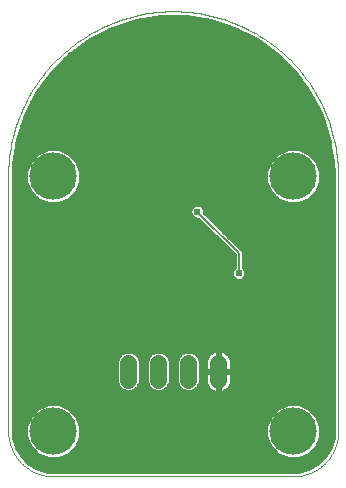
<source format=gbl>
G75*
%MOIN*%
%OFA0B0*%
%FSLAX25Y25*%
%IPPOS*%
%LPD*%
%AMOC8*
5,1,8,0,0,1.08239X$1,22.5*
%
%ADD10C,0.00000*%
%ADD11C,0.05543*%
%ADD12C,0.15811*%
%ADD13C,0.01600*%
%ADD14C,0.02400*%
%ADD15C,0.00600*%
D10*
X0021800Y0019006D02*
X0101800Y0019006D01*
X0102162Y0019010D01*
X0102525Y0019024D01*
X0102887Y0019045D01*
X0103248Y0019076D01*
X0103608Y0019115D01*
X0103967Y0019163D01*
X0104325Y0019220D01*
X0104682Y0019285D01*
X0105037Y0019359D01*
X0105390Y0019442D01*
X0105741Y0019533D01*
X0106089Y0019632D01*
X0106435Y0019740D01*
X0106779Y0019856D01*
X0107119Y0019981D01*
X0107456Y0020113D01*
X0107790Y0020254D01*
X0108121Y0020403D01*
X0108448Y0020560D01*
X0108771Y0020724D01*
X0109090Y0020896D01*
X0109404Y0021076D01*
X0109715Y0021264D01*
X0110020Y0021459D01*
X0110321Y0021661D01*
X0110617Y0021871D01*
X0110907Y0022087D01*
X0111193Y0022311D01*
X0111473Y0022541D01*
X0111747Y0022778D01*
X0112015Y0023022D01*
X0112278Y0023272D01*
X0112534Y0023528D01*
X0112784Y0023791D01*
X0113028Y0024059D01*
X0113265Y0024333D01*
X0113495Y0024613D01*
X0113719Y0024899D01*
X0113935Y0025189D01*
X0114145Y0025485D01*
X0114347Y0025786D01*
X0114542Y0026091D01*
X0114730Y0026402D01*
X0114910Y0026716D01*
X0115082Y0027035D01*
X0115246Y0027358D01*
X0115403Y0027685D01*
X0115552Y0028016D01*
X0115693Y0028350D01*
X0115825Y0028687D01*
X0115950Y0029027D01*
X0116066Y0029371D01*
X0116174Y0029717D01*
X0116273Y0030065D01*
X0116364Y0030416D01*
X0116447Y0030769D01*
X0116521Y0031124D01*
X0116586Y0031481D01*
X0116643Y0031839D01*
X0116691Y0032198D01*
X0116730Y0032558D01*
X0116761Y0032919D01*
X0116782Y0033281D01*
X0116796Y0033644D01*
X0116800Y0034006D01*
X0116800Y0119006D01*
X0116784Y0120345D01*
X0116735Y0121684D01*
X0116653Y0123021D01*
X0116539Y0124355D01*
X0116393Y0125687D01*
X0116214Y0127014D01*
X0116003Y0128337D01*
X0115759Y0129654D01*
X0115484Y0130965D01*
X0115177Y0132268D01*
X0114838Y0133564D01*
X0114468Y0134851D01*
X0114067Y0136129D01*
X0113634Y0137397D01*
X0113171Y0138654D01*
X0112677Y0139899D01*
X0112153Y0141132D01*
X0111600Y0142351D01*
X0111016Y0143557D01*
X0110404Y0144748D01*
X0109763Y0145924D01*
X0109093Y0147084D01*
X0108395Y0148227D01*
X0107670Y0149353D01*
X0106917Y0150461D01*
X0106138Y0151551D01*
X0105332Y0152621D01*
X0104501Y0153671D01*
X0103644Y0154700D01*
X0102762Y0155709D01*
X0101857Y0156695D01*
X0100927Y0157659D01*
X0099974Y0158601D01*
X0098999Y0159519D01*
X0098001Y0160412D01*
X0096982Y0161282D01*
X0095942Y0162126D01*
X0094882Y0162944D01*
X0093802Y0163737D01*
X0092704Y0164503D01*
X0091586Y0165242D01*
X0090452Y0165954D01*
X0089300Y0166637D01*
X0088132Y0167293D01*
X0086948Y0167920D01*
X0085750Y0168518D01*
X0084537Y0169086D01*
X0083311Y0169625D01*
X0082072Y0170134D01*
X0080821Y0170612D01*
X0079558Y0171060D01*
X0078286Y0171477D01*
X0077003Y0171863D01*
X0075711Y0172218D01*
X0074411Y0172541D01*
X0073104Y0172832D01*
X0071790Y0173091D01*
X0070470Y0173318D01*
X0069145Y0173513D01*
X0067815Y0173676D01*
X0066482Y0173806D01*
X0065147Y0173904D01*
X0063809Y0173969D01*
X0062470Y0174002D01*
X0061130Y0174002D01*
X0059791Y0173969D01*
X0058453Y0173904D01*
X0057118Y0173806D01*
X0055785Y0173676D01*
X0054455Y0173513D01*
X0053130Y0173318D01*
X0051810Y0173091D01*
X0050496Y0172832D01*
X0049189Y0172541D01*
X0047889Y0172218D01*
X0046597Y0171863D01*
X0045314Y0171477D01*
X0044042Y0171060D01*
X0042779Y0170612D01*
X0041528Y0170134D01*
X0040289Y0169625D01*
X0039063Y0169086D01*
X0037850Y0168518D01*
X0036652Y0167920D01*
X0035468Y0167293D01*
X0034300Y0166637D01*
X0033148Y0165954D01*
X0032014Y0165242D01*
X0030896Y0164503D01*
X0029798Y0163737D01*
X0028718Y0162944D01*
X0027658Y0162126D01*
X0026618Y0161282D01*
X0025599Y0160412D01*
X0024601Y0159519D01*
X0023626Y0158601D01*
X0022673Y0157659D01*
X0021743Y0156695D01*
X0020838Y0155709D01*
X0019956Y0154700D01*
X0019099Y0153671D01*
X0018268Y0152621D01*
X0017462Y0151551D01*
X0016683Y0150461D01*
X0015930Y0149353D01*
X0015205Y0148227D01*
X0014507Y0147084D01*
X0013837Y0145924D01*
X0013196Y0144748D01*
X0012584Y0143557D01*
X0012000Y0142351D01*
X0011447Y0141132D01*
X0010923Y0139899D01*
X0010429Y0138654D01*
X0009966Y0137397D01*
X0009533Y0136129D01*
X0009132Y0134851D01*
X0008762Y0133564D01*
X0008423Y0132268D01*
X0008116Y0130965D01*
X0007841Y0129654D01*
X0007597Y0128337D01*
X0007386Y0127014D01*
X0007207Y0125687D01*
X0007061Y0124355D01*
X0006947Y0123021D01*
X0006865Y0121684D01*
X0006816Y0120345D01*
X0006800Y0119006D01*
X0006800Y0034006D01*
X0006804Y0033644D01*
X0006818Y0033281D01*
X0006839Y0032919D01*
X0006870Y0032558D01*
X0006909Y0032198D01*
X0006957Y0031839D01*
X0007014Y0031481D01*
X0007079Y0031124D01*
X0007153Y0030769D01*
X0007236Y0030416D01*
X0007327Y0030065D01*
X0007426Y0029717D01*
X0007534Y0029371D01*
X0007650Y0029027D01*
X0007775Y0028687D01*
X0007907Y0028350D01*
X0008048Y0028016D01*
X0008197Y0027685D01*
X0008354Y0027358D01*
X0008518Y0027035D01*
X0008690Y0026716D01*
X0008870Y0026402D01*
X0009058Y0026091D01*
X0009253Y0025786D01*
X0009455Y0025485D01*
X0009665Y0025189D01*
X0009881Y0024899D01*
X0010105Y0024613D01*
X0010335Y0024333D01*
X0010572Y0024059D01*
X0010816Y0023791D01*
X0011066Y0023528D01*
X0011322Y0023272D01*
X0011585Y0023022D01*
X0011853Y0022778D01*
X0012127Y0022541D01*
X0012407Y0022311D01*
X0012693Y0022087D01*
X0012983Y0021871D01*
X0013279Y0021661D01*
X0013580Y0021459D01*
X0013885Y0021264D01*
X0014196Y0021076D01*
X0014510Y0020896D01*
X0014829Y0020724D01*
X0015152Y0020560D01*
X0015479Y0020403D01*
X0015810Y0020254D01*
X0016144Y0020113D01*
X0016481Y0019981D01*
X0016821Y0019856D01*
X0017165Y0019740D01*
X0017511Y0019632D01*
X0017859Y0019533D01*
X0018210Y0019442D01*
X0018563Y0019359D01*
X0018918Y0019285D01*
X0019275Y0019220D01*
X0019633Y0019163D01*
X0019992Y0019115D01*
X0020352Y0019076D01*
X0020713Y0019045D01*
X0021075Y0019024D01*
X0021438Y0019010D01*
X0021800Y0019006D01*
D11*
X0046800Y0051234D02*
X0046800Y0056778D01*
X0056800Y0056778D02*
X0056800Y0051234D01*
X0066800Y0051234D02*
X0066800Y0056778D01*
X0076800Y0056778D02*
X0076800Y0051234D01*
D12*
X0101800Y0034006D03*
X0101800Y0119006D03*
X0021800Y0119006D03*
X0021800Y0034006D03*
D13*
X0013764Y0023534D02*
X0011328Y0025970D01*
X0009605Y0028954D01*
X0008713Y0032283D01*
X0008600Y0034006D01*
X0008600Y0119006D01*
X0008764Y0123180D01*
X0010070Y0131425D01*
X0012650Y0139365D01*
X0016440Y0146803D01*
X0021346Y0153557D01*
X0027249Y0159459D01*
X0034003Y0164366D01*
X0041441Y0168156D01*
X0049381Y0170736D01*
X0057626Y0172042D01*
X0065974Y0172042D01*
X0074219Y0170736D01*
X0082159Y0168156D01*
X0089597Y0164366D01*
X0096351Y0159459D01*
X0102254Y0153557D01*
X0107160Y0146803D01*
X0107160Y0146803D01*
X0110950Y0139365D01*
X0113530Y0131425D01*
X0114836Y0123180D01*
X0115000Y0119006D01*
X0115000Y0034006D01*
X0114887Y0032283D01*
X0113995Y0028954D01*
X0112272Y0025970D01*
X0109836Y0023534D01*
X0106851Y0021811D01*
X0103523Y0020919D01*
X0101800Y0020806D01*
X0021800Y0020806D01*
X0020077Y0020919D01*
X0016749Y0021811D01*
X0013764Y0023534D01*
X0013497Y0023801D02*
X0110103Y0023801D01*
X0111702Y0025400D02*
X0105340Y0025400D01*
X0103651Y0024700D02*
X0107071Y0026117D01*
X0109689Y0028735D01*
X0111105Y0032155D01*
X0111105Y0035857D01*
X0109689Y0039277D01*
X0107071Y0041895D01*
X0103651Y0043311D01*
X0099949Y0043311D01*
X0096529Y0041895D01*
X0093911Y0039277D01*
X0092494Y0035857D01*
X0092494Y0032155D01*
X0093911Y0028735D01*
X0096529Y0026117D01*
X0099949Y0024700D01*
X0103651Y0024700D01*
X0107531Y0022203D02*
X0016069Y0022203D01*
X0018260Y0025400D02*
X0011898Y0025400D01*
X0010734Y0026998D02*
X0015647Y0026998D01*
X0016529Y0026117D02*
X0013911Y0028735D01*
X0012494Y0032155D01*
X0012494Y0035857D01*
X0013911Y0039277D01*
X0016529Y0041895D01*
X0019949Y0043311D01*
X0023651Y0043311D01*
X0027071Y0041895D01*
X0029689Y0039277D01*
X0031105Y0035857D01*
X0031105Y0032155D01*
X0029689Y0028735D01*
X0027071Y0026117D01*
X0023651Y0024700D01*
X0019949Y0024700D01*
X0016529Y0026117D01*
X0014049Y0028597D02*
X0009811Y0028597D01*
X0009272Y0030195D02*
X0013306Y0030195D01*
X0012644Y0031794D02*
X0008844Y0031794D01*
X0008640Y0033393D02*
X0012494Y0033393D01*
X0012494Y0034991D02*
X0008600Y0034991D01*
X0008600Y0036590D02*
X0012798Y0036590D01*
X0013460Y0038188D02*
X0008600Y0038188D01*
X0008600Y0039787D02*
X0014421Y0039787D01*
X0016019Y0041385D02*
X0008600Y0041385D01*
X0008600Y0042984D02*
X0019158Y0042984D01*
X0024442Y0042984D02*
X0099158Y0042984D01*
X0096019Y0041385D02*
X0027581Y0041385D01*
X0029179Y0039787D02*
X0094421Y0039787D01*
X0093460Y0038188D02*
X0030140Y0038188D01*
X0030802Y0036590D02*
X0092798Y0036590D01*
X0092494Y0034991D02*
X0031105Y0034991D01*
X0031105Y0033393D02*
X0092494Y0033393D01*
X0092644Y0031794D02*
X0030956Y0031794D01*
X0030294Y0030195D02*
X0093306Y0030195D01*
X0094049Y0028597D02*
X0029551Y0028597D01*
X0027953Y0026998D02*
X0095647Y0026998D01*
X0098260Y0025400D02*
X0025340Y0025400D01*
X0008600Y0044582D02*
X0115000Y0044582D01*
X0115000Y0042984D02*
X0104442Y0042984D01*
X0107581Y0041385D02*
X0115000Y0041385D01*
X0115000Y0039787D02*
X0109179Y0039787D01*
X0110140Y0038188D02*
X0115000Y0038188D01*
X0115000Y0036590D02*
X0110802Y0036590D01*
X0111105Y0034991D02*
X0115000Y0034991D01*
X0114960Y0033393D02*
X0111105Y0033393D01*
X0110956Y0031794D02*
X0114756Y0031794D01*
X0114328Y0030195D02*
X0110294Y0030195D01*
X0109551Y0028597D02*
X0113789Y0028597D01*
X0112866Y0026998D02*
X0107953Y0026998D01*
X0115000Y0046181D02*
X0008600Y0046181D01*
X0008600Y0047779D02*
X0044356Y0047779D01*
X0044437Y0047698D02*
X0045970Y0047063D01*
X0047630Y0047063D01*
X0049163Y0047698D01*
X0050337Y0048871D01*
X0050972Y0050404D01*
X0050972Y0057607D01*
X0050337Y0059141D01*
X0049163Y0060314D01*
X0047630Y0060949D01*
X0045970Y0060949D01*
X0044437Y0060314D01*
X0043263Y0059141D01*
X0042628Y0057607D01*
X0042628Y0050404D01*
X0043263Y0048871D01*
X0044437Y0047698D01*
X0043054Y0049378D02*
X0008600Y0049378D01*
X0008600Y0050976D02*
X0042628Y0050976D01*
X0042628Y0052575D02*
X0008600Y0052575D01*
X0008600Y0054173D02*
X0042628Y0054173D01*
X0042628Y0055772D02*
X0008600Y0055772D01*
X0008600Y0057370D02*
X0042628Y0057370D01*
X0043192Y0058969D02*
X0008600Y0058969D01*
X0008600Y0060567D02*
X0045048Y0060567D01*
X0048552Y0060567D02*
X0055048Y0060567D01*
X0054437Y0060314D02*
X0053263Y0059141D01*
X0052628Y0057607D01*
X0052628Y0050404D01*
X0053263Y0048871D01*
X0054437Y0047698D01*
X0055970Y0047063D01*
X0057630Y0047063D01*
X0059163Y0047698D01*
X0060337Y0048871D01*
X0060972Y0050404D01*
X0060972Y0057607D01*
X0060337Y0059141D01*
X0059163Y0060314D01*
X0057630Y0060949D01*
X0055970Y0060949D01*
X0054437Y0060314D01*
X0053192Y0058969D02*
X0050408Y0058969D01*
X0050972Y0057370D02*
X0052628Y0057370D01*
X0052628Y0055772D02*
X0050972Y0055772D01*
X0050972Y0054173D02*
X0052628Y0054173D01*
X0052628Y0052575D02*
X0050972Y0052575D01*
X0050972Y0050976D02*
X0052628Y0050976D01*
X0053054Y0049378D02*
X0050546Y0049378D01*
X0049244Y0047779D02*
X0054356Y0047779D01*
X0059244Y0047779D02*
X0064356Y0047779D01*
X0064437Y0047698D02*
X0065970Y0047063D01*
X0067630Y0047063D01*
X0069163Y0047698D01*
X0070337Y0048871D01*
X0070972Y0050404D01*
X0070972Y0057607D01*
X0070337Y0059141D01*
X0069163Y0060314D01*
X0067630Y0060949D01*
X0065970Y0060949D01*
X0064437Y0060314D01*
X0063263Y0059141D01*
X0062628Y0057607D01*
X0062628Y0050404D01*
X0063263Y0048871D01*
X0064437Y0047698D01*
X0063054Y0049378D02*
X0060546Y0049378D01*
X0060972Y0050976D02*
X0062628Y0050976D01*
X0062628Y0052575D02*
X0060972Y0052575D01*
X0060972Y0054173D02*
X0062628Y0054173D01*
X0062628Y0055772D02*
X0060972Y0055772D01*
X0060972Y0057370D02*
X0062628Y0057370D01*
X0063192Y0058969D02*
X0060408Y0058969D01*
X0058552Y0060567D02*
X0065048Y0060567D01*
X0068552Y0060567D02*
X0074238Y0060567D01*
X0074404Y0060688D02*
X0073822Y0060265D01*
X0073313Y0059756D01*
X0072890Y0059174D01*
X0072563Y0058532D01*
X0072341Y0057848D01*
X0072228Y0057137D01*
X0072228Y0054092D01*
X0076714Y0054092D01*
X0076714Y0061349D01*
X0076440Y0061349D01*
X0075729Y0061237D01*
X0075045Y0061014D01*
X0074404Y0060688D01*
X0076714Y0060567D02*
X0076886Y0060567D01*
X0076886Y0061349D02*
X0076886Y0054092D01*
X0076714Y0054092D01*
X0076714Y0053920D01*
X0072228Y0053920D01*
X0072228Y0050874D01*
X0072341Y0050164D01*
X0072563Y0049479D01*
X0072890Y0048838D01*
X0073313Y0048256D01*
X0073822Y0047747D01*
X0074404Y0047324D01*
X0075045Y0046998D01*
X0075729Y0046775D01*
X0076440Y0046663D01*
X0076714Y0046663D01*
X0076714Y0053920D01*
X0076886Y0053920D01*
X0076886Y0054092D01*
X0081372Y0054092D01*
X0081372Y0057137D01*
X0081259Y0057848D01*
X0081037Y0058532D01*
X0080710Y0059174D01*
X0080287Y0059756D01*
X0079778Y0060265D01*
X0079196Y0060688D01*
X0078555Y0061014D01*
X0077871Y0061237D01*
X0077160Y0061349D01*
X0076886Y0061349D01*
X0076886Y0058969D02*
X0076714Y0058969D01*
X0076714Y0057370D02*
X0076886Y0057370D01*
X0076886Y0055772D02*
X0076714Y0055772D01*
X0076714Y0054173D02*
X0076886Y0054173D01*
X0076886Y0053920D02*
X0081372Y0053920D01*
X0081372Y0050874D01*
X0081259Y0050164D01*
X0081037Y0049479D01*
X0080710Y0048838D01*
X0080287Y0048256D01*
X0079778Y0047747D01*
X0079196Y0047324D01*
X0078555Y0046998D01*
X0077871Y0046775D01*
X0077160Y0046663D01*
X0076886Y0046663D01*
X0076886Y0053920D01*
X0076886Y0052575D02*
X0076714Y0052575D01*
X0076714Y0050976D02*
X0076886Y0050976D01*
X0076886Y0049378D02*
X0076714Y0049378D01*
X0076714Y0047779D02*
X0076886Y0047779D01*
X0079810Y0047779D02*
X0115000Y0047779D01*
X0115000Y0049378D02*
X0080985Y0049378D01*
X0081372Y0050976D02*
X0115000Y0050976D01*
X0115000Y0052575D02*
X0081372Y0052575D01*
X0081372Y0054173D02*
X0115000Y0054173D01*
X0115000Y0055772D02*
X0081372Y0055772D01*
X0081335Y0057370D02*
X0115000Y0057370D01*
X0115000Y0058969D02*
X0080814Y0058969D01*
X0079362Y0060567D02*
X0115000Y0060567D01*
X0115000Y0062166D02*
X0008600Y0062166D01*
X0008600Y0063764D02*
X0115000Y0063764D01*
X0115000Y0065363D02*
X0008600Y0065363D01*
X0008600Y0066961D02*
X0115000Y0066961D01*
X0115000Y0068560D02*
X0008600Y0068560D01*
X0008600Y0070158D02*
X0115000Y0070158D01*
X0115000Y0071757D02*
X0008600Y0071757D01*
X0008600Y0073355D02*
X0115000Y0073355D01*
X0115000Y0074954D02*
X0008600Y0074954D01*
X0008600Y0076552D02*
X0115000Y0076552D01*
X0115000Y0078151D02*
X0008600Y0078151D01*
X0008600Y0079749D02*
X0115000Y0079749D01*
X0115000Y0081348D02*
X0008600Y0081348D01*
X0008600Y0082946D02*
X0115000Y0082946D01*
X0115000Y0084545D02*
X0084935Y0084545D01*
X0085073Y0084602D02*
X0085804Y0085333D01*
X0086200Y0086289D01*
X0086200Y0087323D01*
X0085804Y0088279D01*
X0085300Y0088783D01*
X0085300Y0094110D01*
X0084304Y0095106D01*
X0072400Y0107010D01*
X0072400Y0107723D01*
X0072004Y0108679D01*
X0071273Y0109410D01*
X0070317Y0109806D01*
X0069283Y0109806D01*
X0068327Y0109410D01*
X0067596Y0108679D01*
X0067200Y0107723D01*
X0067200Y0106689D01*
X0067596Y0105733D01*
X0068327Y0105002D01*
X0069283Y0104606D01*
X0069996Y0104606D01*
X0081900Y0092702D01*
X0081900Y0088783D01*
X0081396Y0088279D01*
X0081000Y0087323D01*
X0081000Y0086289D01*
X0081396Y0085333D01*
X0082127Y0084602D01*
X0083083Y0084206D01*
X0084117Y0084206D01*
X0085073Y0084602D01*
X0086140Y0086143D02*
X0115000Y0086143D01*
X0115000Y0087742D02*
X0086027Y0087742D01*
X0085300Y0089340D02*
X0115000Y0089340D01*
X0115000Y0090939D02*
X0085300Y0090939D01*
X0085300Y0092537D02*
X0115000Y0092537D01*
X0115000Y0094136D02*
X0085274Y0094136D01*
X0083676Y0095734D02*
X0115000Y0095734D01*
X0115000Y0097333D02*
X0082077Y0097333D01*
X0080479Y0098931D02*
X0115000Y0098931D01*
X0115000Y0100530D02*
X0078880Y0100530D01*
X0077282Y0102128D02*
X0115000Y0102128D01*
X0115000Y0103727D02*
X0075683Y0103727D01*
X0074085Y0105326D02*
X0115000Y0105326D01*
X0115000Y0106924D02*
X0072486Y0106924D01*
X0072069Y0108523D02*
X0115000Y0108523D01*
X0115000Y0110121D02*
X0104667Y0110121D01*
X0103651Y0109700D02*
X0107071Y0111117D01*
X0109689Y0113735D01*
X0111105Y0117155D01*
X0111105Y0120857D01*
X0109689Y0124277D01*
X0107071Y0126895D01*
X0103651Y0128311D01*
X0099949Y0128311D01*
X0096529Y0126895D01*
X0093911Y0124277D01*
X0092494Y0120857D01*
X0092494Y0117155D01*
X0093911Y0113735D01*
X0096529Y0111117D01*
X0099949Y0109700D01*
X0103651Y0109700D01*
X0098933Y0110121D02*
X0024667Y0110121D01*
X0023651Y0109700D02*
X0027071Y0111117D01*
X0029689Y0113735D01*
X0031105Y0117155D01*
X0031105Y0120857D01*
X0029689Y0124277D01*
X0027071Y0126895D01*
X0023651Y0128311D01*
X0019949Y0128311D01*
X0016529Y0126895D01*
X0013911Y0124277D01*
X0012494Y0120857D01*
X0012494Y0117155D01*
X0013911Y0113735D01*
X0016529Y0111117D01*
X0019949Y0109700D01*
X0023651Y0109700D01*
X0027674Y0111720D02*
X0095926Y0111720D01*
X0094328Y0113318D02*
X0029272Y0113318D01*
X0030178Y0114917D02*
X0093422Y0114917D01*
X0092759Y0116515D02*
X0030840Y0116515D01*
X0031105Y0118114D02*
X0092494Y0118114D01*
X0092494Y0119712D02*
X0031105Y0119712D01*
X0030918Y0121311D02*
X0092682Y0121311D01*
X0093345Y0122909D02*
X0030255Y0122909D01*
X0029458Y0124508D02*
X0094142Y0124508D01*
X0095740Y0126106D02*
X0027860Y0126106D01*
X0025116Y0127705D02*
X0098484Y0127705D01*
X0105116Y0127705D02*
X0114119Y0127705D01*
X0113866Y0129303D02*
X0009734Y0129303D01*
X0009481Y0127705D02*
X0018484Y0127705D01*
X0015740Y0126106D02*
X0009227Y0126106D01*
X0008974Y0124508D02*
X0014142Y0124508D01*
X0013345Y0122909D02*
X0008753Y0122909D01*
X0008691Y0121311D02*
X0012682Y0121311D01*
X0012494Y0119712D02*
X0008628Y0119712D01*
X0008600Y0118114D02*
X0012494Y0118114D01*
X0012759Y0116515D02*
X0008600Y0116515D01*
X0008600Y0114917D02*
X0013422Y0114917D01*
X0014328Y0113318D02*
X0008600Y0113318D01*
X0008600Y0111720D02*
X0015926Y0111720D01*
X0018933Y0110121D02*
X0008600Y0110121D01*
X0008600Y0108523D02*
X0067531Y0108523D01*
X0067200Y0106924D02*
X0008600Y0106924D01*
X0008600Y0105326D02*
X0068003Y0105326D01*
X0070875Y0103727D02*
X0008600Y0103727D01*
X0008600Y0102128D02*
X0072473Y0102128D01*
X0074072Y0100530D02*
X0008600Y0100530D01*
X0008600Y0098931D02*
X0075670Y0098931D01*
X0077269Y0097333D02*
X0008600Y0097333D01*
X0008600Y0095734D02*
X0078867Y0095734D01*
X0080466Y0094136D02*
X0008600Y0094136D01*
X0008600Y0092537D02*
X0081900Y0092537D01*
X0081900Y0090939D02*
X0008600Y0090939D01*
X0008600Y0089340D02*
X0081900Y0089340D01*
X0081173Y0087742D02*
X0008600Y0087742D01*
X0008600Y0086143D02*
X0081060Y0086143D01*
X0082264Y0084545D02*
X0008600Y0084545D01*
X0009987Y0130902D02*
X0113613Y0130902D01*
X0113181Y0132500D02*
X0010419Y0132500D01*
X0010939Y0134099D02*
X0112661Y0134099D01*
X0112142Y0135697D02*
X0011458Y0135697D01*
X0011977Y0137296D02*
X0111623Y0137296D01*
X0111103Y0138894D02*
X0012497Y0138894D01*
X0013224Y0140493D02*
X0110376Y0140493D01*
X0109561Y0142091D02*
X0014039Y0142091D01*
X0014853Y0143690D02*
X0108747Y0143690D01*
X0107932Y0145288D02*
X0015668Y0145288D01*
X0016501Y0146887D02*
X0107099Y0146887D01*
X0105938Y0148485D02*
X0017662Y0148485D01*
X0018823Y0150084D02*
X0104777Y0150084D01*
X0103615Y0151682D02*
X0019985Y0151682D01*
X0021146Y0153281D02*
X0102454Y0153281D01*
X0102254Y0153557D02*
X0102254Y0153557D01*
X0100931Y0154879D02*
X0022669Y0154879D01*
X0024268Y0156478D02*
X0099332Y0156478D01*
X0097734Y0158076D02*
X0025866Y0158076D01*
X0027546Y0159675D02*
X0096054Y0159675D01*
X0093854Y0161273D02*
X0029746Y0161273D01*
X0031946Y0162872D02*
X0091654Y0162872D01*
X0089393Y0164470D02*
X0034207Y0164470D01*
X0037345Y0166069D02*
X0086255Y0166069D01*
X0083118Y0167667D02*
X0040482Y0167667D01*
X0044856Y0169266D02*
X0078744Y0169266D01*
X0073408Y0170864D02*
X0050192Y0170864D01*
X0107860Y0126106D02*
X0114373Y0126106D01*
X0114626Y0124508D02*
X0109458Y0124508D01*
X0110255Y0122909D02*
X0114847Y0122909D01*
X0114909Y0121311D02*
X0110918Y0121311D01*
X0111105Y0119712D02*
X0114972Y0119712D01*
X0115000Y0118114D02*
X0111105Y0118114D01*
X0110840Y0116515D02*
X0115000Y0116515D01*
X0115000Y0114917D02*
X0110178Y0114917D01*
X0109272Y0113318D02*
X0115000Y0113318D01*
X0115000Y0111720D02*
X0107674Y0111720D01*
X0072786Y0058969D02*
X0070408Y0058969D01*
X0070972Y0057370D02*
X0072265Y0057370D01*
X0072228Y0055772D02*
X0070972Y0055772D01*
X0070972Y0054173D02*
X0072228Y0054173D01*
X0072228Y0052575D02*
X0070972Y0052575D01*
X0070972Y0050976D02*
X0072228Y0050976D01*
X0072615Y0049378D02*
X0070546Y0049378D01*
X0069244Y0047779D02*
X0073790Y0047779D01*
D14*
X0083600Y0086806D03*
X0069800Y0107206D03*
X0059000Y0103606D03*
D15*
X0069800Y0107206D02*
X0083600Y0093406D01*
X0083600Y0086806D01*
M02*

</source>
